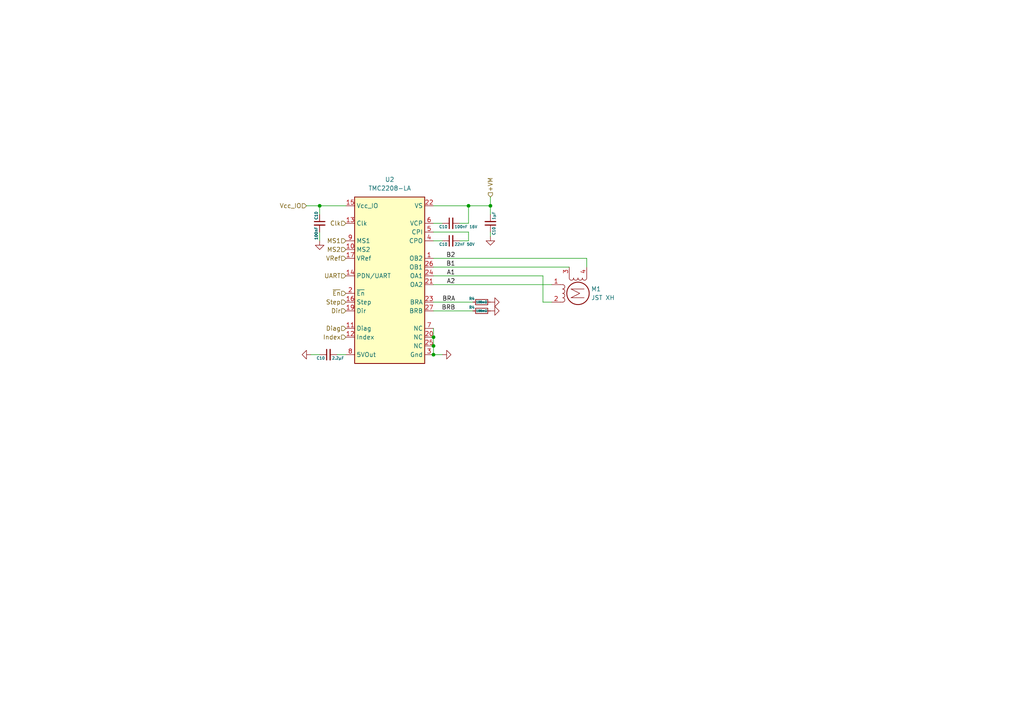
<source format=kicad_sch>
(kicad_sch (version 20230121) (generator eeschema)
  (paper "A4")
  (lib_symbols
    (symbol "Device:C_Small" (pin_numbers hide) (pin_names (offset 0.254) hide)
      (property "Reference" "C" (at 0.254 1.778 0))
      (property "Value" "C_Small" (at 0.254 -2.032 0))
      (symbol "C_Small_0_1"
        (polyline (pts (xy -1.524 -0.508) (xy 1.524 -0.508)) (stroke (width 0.3302)))
        (polyline (pts (xy -1.524 0.508) (xy 1.524 0.508)) (stroke (width 0.3048)))
      )
      (symbol "C_Small_1_1"
        (pin passive line (at 0 2.54 270) (length 2.032) (name "~") (number "1"))
        (pin passive line (at 0 -2.54 90) (length 2.032) (name "~") (number "2"))
      )
    )
    (symbol "Device:R_Small" (pin_numbers hide) (pin_names (offset 0.254) hide)
      (property "Reference" "R" (at 0.762 0.508 0))
      (property "Value" "R_Small" (at 0.762 -1.016 0))
      (symbol "R_Small_0_1"
        (rectangle (start -0.762 1.778) (end 0.762 -1.778) (stroke (width 0.2032)))
      )
      (symbol "R_Small_1_1"
        (pin passive line (at 0 2.54 270) (length 0.762) (name "~") (number "1"))
        (pin passive line (at 0 -2.54 90) (length 0.762) (name "~") (number "2"))
      )
    )
    (symbol "Motor:Stepper_Motor_bipolar" (pin_names (offset 0) hide)
      (property "Reference" "M" (at 3.81 2.54 0))
      (property "Value" "Stepper_Motor_bipolar" (at 3.81 1.27 0))
      (symbol "Stepper_Motor_bipolar_0_0"
        (polyline (pts (xy -1.27 -1.778) (xy -1.27 2.032) (xy 0 -0.508) (xy 1.27 2.032) (xy 1.27 -1.778)))
      )
      (symbol "Stepper_Motor_bipolar_0_1"
        (arc (start -4.445 -2.54) (mid -3.8127 -1.905) (end -4.445 -1.27))
        (arc (start -4.445 -1.27) (mid -3.8127 -0.635) (end -4.445 0))
        (arc (start -4.445 0) (mid -3.8127 0.635) (end -4.445 1.27))
        (arc (start -4.445 1.27) (mid -3.8127 1.905) (end -4.445 2.54))
        (arc (start -2.54 4.445) (mid -1.905 3.8127) (end -1.27 4.445))
        (arc (start -1.27 4.445) (mid -0.635 3.8127) (end 0 4.445))
        (polyline (pts (xy -5.08 -2.54) (xy -4.445 -2.54)))
        (polyline (pts (xy -5.08 2.54) (xy -4.445 2.54)))
        (polyline (pts (xy -2.54 5.08) (xy -2.54 4.445)))
        (polyline (pts (xy 2.54 5.08) (xy 2.54 4.445)))
        (circle (center 0 0) (radius 3.2512) (stroke (width 0.254)))
        (arc (start 0 4.445) (mid 0.635 3.8127) (end 1.27 4.445))
        (arc (start 1.27 4.445) (mid 1.905 3.8127) (end 2.54 4.445))
      )
      (symbol "Stepper_Motor_bipolar_1_1"
        (pin passive line (at -2.54 7.62 270) (length 2.54) (name "~") (number "1"))
        (pin passive line (at 2.54 7.62 270) (length 2.54) (name "-") (number "2"))
        (pin passive line (at -7.62 2.54 0) (length 2.54) (name "~") (number "3"))
        (pin passive line (at -7.62 -2.54 0) (length 2.54) (name "~") (number "4"))
      )
    )
    (symbol "corevus:TMC2208-LA"
      (property "Reference" "U" (at -10.16 25.4 0))
      (property "Value" "TMC2208-LA" (at 10.16 25.4 0))
      (symbol "TMC2208-LA_0_0"
        (pin power_out line (at 12.7 6.35 180) (length 2.54) (name "OB2") (number "1"))
        (pin input line (at -12.7 8.89 0) (length 2.54) (name "MS2") (number "10"))
        (pin output line (at -12.7 -13.97 0) (length 2.54) (name "Diag") (number "11"))
        (pin output line (at -12.7 -16.51 0) (length 2.54) (name "Index") (number "12"))
        (pin input line (at -12.7 16.51 0) (length 2.54) (name "Clk") (number "13"))
        (pin input line (at -12.7 21.59 0) (length 2.54) (name "Vcc_IO") (number "15"))
        (pin input line (at -12.7 -6.35 0) (length 2.54) (name "Step") (number "16"))
        (pin input line (at -12.7 6.35 0) (length 2.54) (name "VRef") (number "17"))
        (pin input line (at -12.7 -8.89 0) (length 2.54) (name "Dir") (number "19"))
        (pin passive line (at 12.7 -16.51 180) (length 2.54) (name "NC") (number "20"))
        (pin power_in line (at 12.7 -1.27 180) (length 2.54) (name "OA2") (number "21"))
        (pin power_in line (at 12.7 21.59 180) (length 2.54) (name "VS") (number "22"))
        (pin power_in line (at 12.7 -6.35 180) (length 2.54) (name "BRA") (number "23"))
        (pin power_in line (at 12.7 1.27 180) (length 2.54) (name "OA1") (number "24"))
        (pin power_in line (at 12.7 3.81 180) (length 2.54) (name "OB1") (number "26"))
        (pin power_in line (at 12.7 -8.89 180) (length 2.54) (name "BRB") (number "27"))
        (pin power_in line (at 12.7 -21.59 180) (length 2.54) (name "Gnd") (number "3"))
        (pin power_out line (at 12.7 11.43 180) (length 2.54) (name "CPO") (number "4"))
        (pin power_in line (at 12.7 13.97 180) (length 2.54) (name "CPI") (number "5"))
        (pin power_in line (at 12.7 16.51 180) (length 2.54) (name "VCP") (number "6"))
        (pin passive line (at 12.7 -13.97 180) (length 2.54) (name "NC") (number "7"))
        (pin power_out line (at -12.7 -21.59 0) (length 2.54) (name "5VOut") (number "8"))
        (pin input line (at -12.7 11.43 0) (length 2.54) (name "MS1") (number "9"))
      )
      (symbol "TMC2208-LA_0_1"
        (rectangle (start -10.16 24.13) (end 10.16 -24.13) (stroke (width 0.254)) (fill (type background)))
      )
      (symbol "TMC2208-LA_1_0"
        (pin bidirectional line (at -12.7 1.27 0) (length 2.54) (name "PDN/UART") (number "14"))
        (pin power_in line (at 12.7 -21.59 180) (length 2.54) hide (name "Gnd") (number "18"))
        (pin input line (at -12.7 -3.81 0) (length 2.54) (name "~{En}") (number "2"))
        (pin passive line (at 12.7 -19.05 180) (length 2.54) (name "NC") (number "25"))
        (pin unspecified line (at 12.7 21.59 180) (length 2.54) hide (name "VS") (number "28"))
        (pin unspecified line (at 12.7 -21.59 180) (length 2.54) hide (name "Pad") (number "29"))
      )
    )
    (symbol "power:GND" (power) (pin_names (offset 0))
      (property "Value" "GND" (at 0 -3.81 0))
      (symbol "GND_0_1"
        (polyline (pts (xy 0 0) (xy 0 -1.27) (xy 1.27 -1.27) (xy 0 -2.54) (xy -1.27 -1.27) (xy 0 -1.27)))
      )
      (symbol "GND_1_1"
        (pin power_in line (at 0 0 270) (length 0) hide (name "GND") (number "1"))
      )
    )
  )
  (junction (at 125.73 97.79))
  (junction (at 125.73 100.33))
  (junction (at 142.24 59.69))
  (junction (at 135.89 59.69))
  (junction (at 92.71 59.69))
  (junction (at 125.73 102.87))
  (wire (pts (xy 125.73 69.85) (xy 128.27 69.85)))
  (wire (pts (xy 125.73 87.63) (xy 137.16 87.63)))
  (wire (pts (xy 142.24 59.69) (xy 142.24 62.23)))
  (wire (pts (xy 170.18 74.93) (xy 170.18 77.47)))
  (wire (pts (xy 125.73 90.17) (xy 137.16 90.17)))
  (wire (pts (xy 90.17 102.87) (xy 92.71 102.87)))
  (wire (pts (xy 125.73 95.25) (xy 125.73 97.79)))
  (wire (pts (xy 135.89 59.69) (xy 142.24 59.69)))
  (wire (pts (xy 157.48 87.63) (xy 160.02 87.63)))
  (wire (pts (xy 92.71 59.69) (xy 100.33 59.69)))
  (wire (pts (xy 125.73 59.69) (xy 135.89 59.69)))
  (wire (pts (xy 125.73 67.31) (xy 135.89 67.31)))
  (wire (pts (xy 125.73 77.47) (xy 165.1 77.47)))
  (wire (pts (xy 125.73 97.79) (xy 125.73 100.33)))
  (wire (pts (xy 157.48 80.01) (xy 157.48 87.63)))
  (wire (pts (xy 135.89 67.31) (xy 135.89 69.85)))
  (wire (pts (xy 125.73 82.55) (xy 160.02 82.55)))
  (wire (pts (xy 142.24 67.31) (xy 142.24 68.58)))
  (wire (pts (xy 133.35 64.77) (xy 135.89 64.77)))
  (wire (pts (xy 125.73 74.93) (xy 170.18 74.93)))
  (wire (pts (xy 133.35 69.85) (xy 135.89 69.85)))
  (wire (pts (xy 92.71 59.69) (xy 92.71 62.23)))
  (wire (pts (xy 92.71 67.31) (xy 92.71 69.85)))
  (wire (pts (xy 125.73 64.77) (xy 128.27 64.77)))
  (wire (pts (xy 125.73 100.33) (xy 125.73 102.87)))
  (wire (pts (xy 125.73 80.01) (xy 157.48 80.01)))
  (wire (pts (xy 142.24 57.15) (xy 142.24 59.69)))
  (wire (pts (xy 88.9 59.69) (xy 92.71 59.69)))
  (wire (pts (xy 135.89 64.77) (xy 135.89 59.69)))
  (wire (pts (xy 97.79 102.87) (xy 100.33 102.87)))
  (wire (pts (xy 128.27 102.87) (xy 125.73 102.87)))
  (label "A2" (at 129.54 82.55 0))
  (label "BRA" (at 132.08 87.63 180))
  (label "B2" (at 132.08 74.93 180))
  (label "BRB" (at 132.08 90.17 180))
  (label "B1" (at 132.08 77.47 180))
  (label "A1" (at 129.54 80.01 0))
  (hierarchical_label "Index" (shape input) (at 100.33 97.79 180))
  (hierarchical_label "Diag" (shape input) (at 100.33 95.25 180))
  (hierarchical_label "Vcc_IO" (shape input) (at 88.9 59.69 180))
  (hierarchical_label "Step" (shape input) (at 100.33 87.63 180))
  (hierarchical_label "VRef" (shape input) (at 100.33 74.93 180))
  (hierarchical_label "Clk" (shape input) (at 100.33 64.77 180))
  (hierarchical_label "Dir" (shape input) (at 100.33 90.17 180))
  (hierarchical_label "MS2" (shape input) (at 100.33 72.39 180))
  (hierarchical_label "UART" (shape input) (at 100.33 80.01 180))
  (hierarchical_label "~{En}" (shape input) (at 100.33 85.09 180))
  (hierarchical_label "+VM" (shape input) (at 142.24 57.15 90))
  (hierarchical_label "MS1" (shape input) (at 100.33 69.85 180))
  (symbol (lib_id "power:GND") (at 142.24 90.17 90) (unit 1)
    (property "Reference" "#PWR013" (effects hide))
    (property "Value" "GND" (effects hide))
    (instances (project "driver-tmc5160" (path "" (reference "#PWR013") (unit 1))) (project "mainboard" (path "" (reference "#PWR052") (unit 1)) (path "" (reference "#PWR059") (unit 1)) (path "" (reference "#PWR066") (unit 1)) (path "" (reference "#PWR073") (unit 1))))
  )
  (symbol (lib_id "Device:R_Small") (at 139.7 87.63 270) (mirror x) (unit 1)
    (property "Reference" "R4" (at 137.7 86.63 90) (effects (font (size 0.8 0.8)) (justify right)))
    (property "Value" "100mΩ" (at 139.7 87.63 90) (effects (font (size 0.6 0.6))))
    (property "Footprint" "Resistor_SMD:R_0805_2012Metric" (effects hide))
    (property "LCSC" "C382279" (effects hide))
    (instances (project "driver-tmc5160" (path "" (reference "R4") (unit 1))) (project "mainboard" (path "" (reference "R11") (unit 1)) (path "" (reference "R13") (unit 1)) (path "" (reference "R15") (unit 1)) (path "" (reference "R17") (unit 1))))
  )
  (symbol (lib_id "corevus:TMC2208-LA") (at 113.03 81.28 0) (unit 1)
    (property "Reference" "U2" (at 113.03 52.07 0))
    (property "Value" "TMC2208-LA" (at 113.03 54.61 0))
    (property "Footprint" "Package_DFN_QFN:TQFN-28-1EP_5x5mm_P0.5mm_EP3.25x3.25mm_ThermalVias" (effects hide))
    (property "Datasheet" "https://trinamic.com/fileadmin/assets/Products/ICs_Documents/TMC220x_TMC2224_datasheet_Rev1.09.pdf" (effects hide))
    (property "LCSC" "C115944" (effects hide))
    (instances (project "mainboard" (path "" (reference "U2") (unit 1)) (path "" (reference "U3") (unit 1)) (path "" (reference "U4") (unit 1)) (path "" (reference "U5") (unit 1))))
  )
  (symbol (lib_id "Device:C_Small") (at 95.25 102.87 90) (unit 1)
    (property "Reference" "C10" (at 94.25 103.87 90) (effects (font (size 0.8 0.8)) (justify left)))
    (property "Value" "2.2μF" (at 96.25 103.87 90) (effects (font (size 0.8 0.8)) (justify right)))
    (property "Footprint" "AlphaLib:0603C" (effects hide))
    (property "LCSC" "C19666" (effects hide))
    (instances (project "driver-tmc5160" (path "" (reference "C10") (unit 1))) (project "mainboard" (path "" (reference "C11") (unit 1)) (path "" (reference "C17") (unit 1)) (path "" (reference "C23") (unit 1)) (path "" (reference "C29") (unit 1))))
  )
  (symbol (lib_id "power:GND") (at 90.17 102.87 270) (unit 1)
    (property "Reference" "#PWR013" (effects hide))
    (property "Value" "GND" (effects hide))
    (instances (project "driver-tmc5160" (path "" (reference "#PWR013") (unit 1))) (project "mainboard" (path "" (reference "#PWR047") (unit 1)) (path "" (reference "#PWR054") (unit 1)) (path "" (reference "#PWR061") (unit 1)) (path "" (reference "#PWR068") (unit 1))))
  )
  (symbol (lib_id "power:GND") (at 142.24 68.58 0) (unit 1)
    (property "Reference" "#PWR013" (effects hide))
    (property "Value" "GND" (effects hide))
    (instances (project "driver-tmc5160" (path "" (reference "#PWR013") (unit 1))) (project "mainboard" (path "" (reference "#PWR050") (unit 1)) (path "" (reference "#PWR057") (unit 1)) (path "" (reference "#PWR064") (unit 1)) (path "" (reference "#PWR071") (unit 1))))
  )
  (symbol (lib_id "Device:C_Small") (at 130.81 64.77 90) (unit 1)
    (property "Reference" "C10" (at 129.81 65.77 90) (effects (font (size 0.8 0.8)) (justify left)))
    (property "Value" "100nF 16V" (at 131.81 65.77 90) (effects (font (size 0.8 0.8)) (justify right)))
    (property "Footprint" "AlphaLib:0402C" (effects hide))
    (property "LCSC" "C1525" (effects hide))
    (instances (project "driver-tmc5160" (path "" (reference "C10") (unit 1))) (project "mainboard" (path "" (reference "C12") (unit 1)) (path "" (reference "C18") (unit 1)) (path "" (reference "C24") (unit 1)) (path "" (reference "C30") (unit 1))))
  )
  (symbol (lib_id "power:GND") (at 142.24 87.63 90) (unit 1)
    (property "Reference" "#PWR013" (effects hide))
    (property "Value" "GND" (effects hide))
    (instances (project "driver-tmc5160" (path "" (reference "#PWR013") (unit 1))) (project "mainboard" (path "" (reference "#PWR051") (unit 1)) (path "" (reference "#PWR058") (unit 1)) (path "" (reference "#PWR065") (unit 1)) (path "" (reference "#PWR072") (unit 1))))
  )
  (symbol (lib_id "Motor:Stepper_Motor_bipolar") (at 167.64 85.09 90) (mirror x) (unit 1)
    (property "Reference" "M1" (at 171.45 83.82 90) (effects (justify right)))
    (property "Value" "JST XH" (at 171.45 86.36 90) (effects (justify right)))
    (property "Footprint" "corevus:XKB_X8821WR-04S" (effects hide))
    (property "Datasheet" "http://www.infineon.com/dgdl/Application-Note-TLE8110EE_driving_UniPolarStepperMotor_V1.1.pdf?fileId=db3a30431be39b97011be5d0aa0a00b0" (effects hide))
    (instances (project "mainboard" (path "" (reference "M1") (unit 1)) (path "" (reference "M2") (unit 1)) (path "" (reference "M3") (unit 1)) (path "" (reference "M4") (unit 1))))
  )
  (symbol (lib_id "power:GND") (at 92.71 69.85 0) (unit 1)
    (property "Reference" "#PWR013" (effects hide))
    (property "Value" "GND" (effects hide))
    (instances (project "driver-tmc5160" (path "" (reference "#PWR013") (unit 1))) (project "mainboard" (path "" (reference "#PWR048") (unit 1)) (path "" (reference "#PWR055") (unit 1)) (path "" (reference "#PWR062") (unit 1)) (path "" (reference "#PWR069") (unit 1))))
  )
  (symbol (lib_id "Device:R_Small") (at 139.7 90.17 270) (mirror x) (unit 1)
    (property "Reference" "R4" (at 137.7 89.17 90) (effects (font (size 0.8 0.8)) (justify right)))
    (property "Value" "100mΩ" (at 139.7 90.17 90) (effects (font (size 0.6 0.6))))
    (property "Footprint" "Resistor_SMD:R_0805_2012Metric" (effects hide))
    (property "LCSC" "C382279" (effects hide))
    (instances (project "driver-tmc5160" (path "" (reference "R4") (unit 1))) (project "mainboard" (path "" (reference "R12") (unit 1)) (path "" (reference "R14") (unit 1)) (path "" (reference "R16") (unit 1)) (path "" (reference "R18") (unit 1))))
  )
  (symbol (lib_id "power:GND") (at 128.27 102.87 90) (unit 1)
    (property "Reference" "#PWR013" (effects hide))
    (property "Value" "GND" (effects hide))
    (instances (project "driver-tmc5160" (path "" (reference "#PWR013") (unit 1))) (project "mainboard" (path "" (reference "#PWR049") (unit 1)) (path "" (reference "#PWR056") (unit 1)) (path "" (reference "#PWR063") (unit 1)) (path "" (reference "#PWR070") (unit 1))))
  )
  (symbol (lib_id "Device:C_Small") (at 130.81 69.85 90) (unit 1)
    (property "Reference" "C10" (at 129.81 70.85 90) (effects (font (size 0.8 0.8)) (justify left)))
    (property "Value" "22nF 50V" (at 131.81 70.85 90) (effects (font (size 0.8 0.8)) (justify right)))
    (property "Footprint" "AlphaLib:0402C" (effects hide))
    (property "LCSC" "C1532" (effects hide))
    (instances (project "driver-tmc5160" (path "" (reference "C10") (unit 1))) (project "mainboard" (path "" (reference "C13") (unit 1)) (path "" (reference "C19") (unit 1)) (path "" (reference "C25") (unit 1)) (path "" (reference "C31") (unit 1))))
  )
  (symbol (lib_id "Device:C_Small") (at 92.71 64.77 0) (unit 1)
    (property "Reference" "C10" (at 91.71 63.77 90) (effects (font (size 0.8 0.8)) (justify left)))
    (property "Value" "100nF" (at 91.71 65.77 90) (effects (font (size 0.8 0.8)) (justify right)))
    (property "Footprint" "AlphaLib:0402C" (effects hide))
    (property "LCSC" "C1525" (effects hide))
    (instances (project "driver-tmc5160" (path "" (reference "C10") (unit 1))) (project "mainboard" (path "" (reference "C10") (unit 1)) (path "" (reference "C16") (unit 1)) (path "" (reference "C22") (unit 1)) (path "" (reference "C28") (unit 1))))
  )
  (symbol (lib_id "Device:C_Small") (at 142.24 64.77 180) (unit 1)
    (property "Reference" "C10" (at 143.24 65.77 90) (effects (font (size 0.8 0.8)) (justify left)))
    (property "Value" "1μF" (at 143.24 63.77 90) (effects (font (size 0.8 0.8)) (justify right)))
    (property "Footprint" "Capacitor_SMD:C_0805_2012Metric" (effects hide))
    (property "LCSC" "C15849" (effects hide))
    (instances (project "driver-tmc5160" (path "" (reference "C10") (unit 1))) (project "mainboard" (path "" (reference "C14") (unit 1)) (path "" (reference "C20") (unit 1)) (path "" (reference "C26") (unit 1)) (path "" (reference "C32") (unit 1))))
  )
)
</source>
